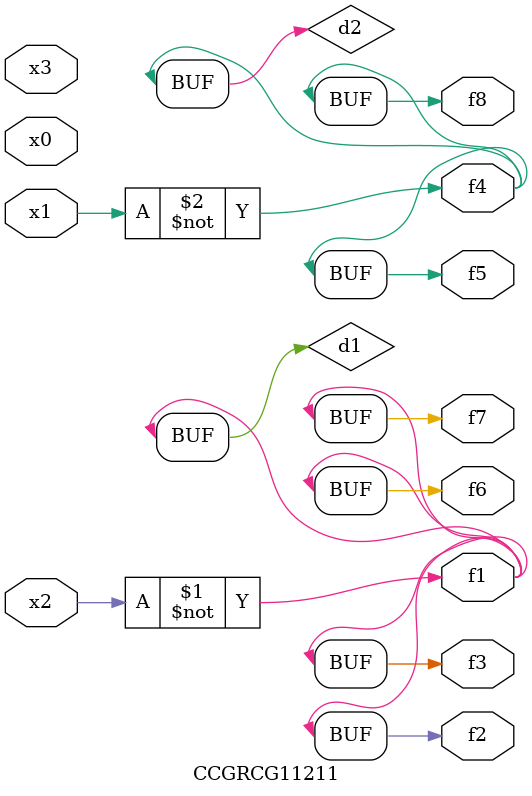
<source format=v>
module CCGRCG11211(
	input x0, x1, x2, x3,
	output f1, f2, f3, f4, f5, f6, f7, f8
);

	wire d1, d2;

	xnor (d1, x2);
	not (d2, x1);
	assign f1 = d1;
	assign f2 = d1;
	assign f3 = d1;
	assign f4 = d2;
	assign f5 = d2;
	assign f6 = d1;
	assign f7 = d1;
	assign f8 = d2;
endmodule

</source>
